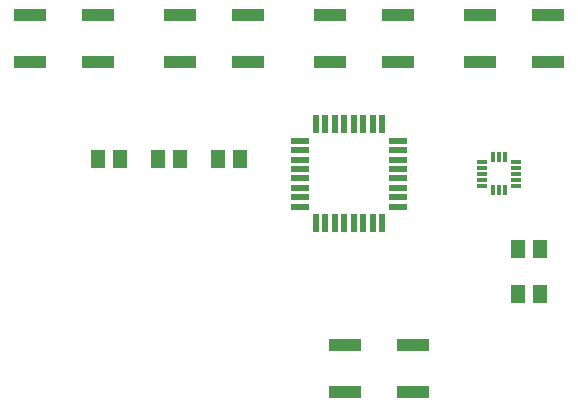
<source format=gbr>
G04 EAGLE Gerber RS-274X export*
G75*
%MOMM*%
%FSLAX34Y34*%
%LPD*%
%INSolderpaste Top*%
%IPPOS*%
%AMOC8*
5,1,8,0,0,1.08239X$1,22.5*%
G01*
%ADD10R,1.600000X0.550000*%
%ADD11R,0.550000X1.600000*%
%ADD12R,0.952400X0.300000*%
%ADD13R,0.300000X0.850800*%
%ADD14R,1.300000X1.500000*%
%ADD15R,2.750000X1.000000*%


D10*
X301100Y269300D03*
X301100Y261300D03*
X301100Y253300D03*
X301100Y245300D03*
X301100Y237300D03*
X301100Y229300D03*
X301100Y221300D03*
X301100Y213300D03*
D11*
X314900Y199500D03*
X322900Y199500D03*
X330900Y199500D03*
X338900Y199500D03*
X346900Y199500D03*
X354900Y199500D03*
X362900Y199500D03*
X370900Y199500D03*
D10*
X384700Y213300D03*
X384700Y221300D03*
X384700Y229300D03*
X384700Y237300D03*
X384700Y245300D03*
X384700Y253300D03*
X384700Y261300D03*
X384700Y269300D03*
D11*
X370900Y283100D03*
X362900Y283100D03*
X354900Y283100D03*
X346900Y283100D03*
X338900Y283100D03*
X330900Y283100D03*
X322900Y283100D03*
X314900Y283100D03*
D12*
X455638Y251300D03*
X455638Y246300D03*
X455638Y241300D03*
X455638Y236300D03*
X455638Y231300D03*
D13*
X464900Y227280D03*
X469900Y227280D03*
X474900Y227280D03*
D12*
X484162Y231300D03*
X484162Y236300D03*
X484162Y241300D03*
X484162Y246300D03*
X484162Y251300D03*
D13*
X474900Y255320D03*
X469900Y255320D03*
X464900Y255320D03*
D14*
X231800Y254000D03*
X250800Y254000D03*
X181000Y254000D03*
X200000Y254000D03*
X485800Y177800D03*
X504800Y177800D03*
X130200Y254000D03*
X149200Y254000D03*
D15*
X511350Y335600D03*
X453850Y335600D03*
X511350Y375600D03*
X453850Y375600D03*
X257350Y335600D03*
X199850Y335600D03*
X257350Y375600D03*
X199850Y375600D03*
D14*
X485800Y139700D03*
X504800Y139700D03*
D15*
X130350Y335600D03*
X72850Y335600D03*
X130350Y375600D03*
X72850Y375600D03*
X397050Y56200D03*
X339550Y56200D03*
X397050Y96200D03*
X339550Y96200D03*
X384350Y335600D03*
X326850Y335600D03*
X384350Y375600D03*
X326850Y375600D03*
M02*

</source>
